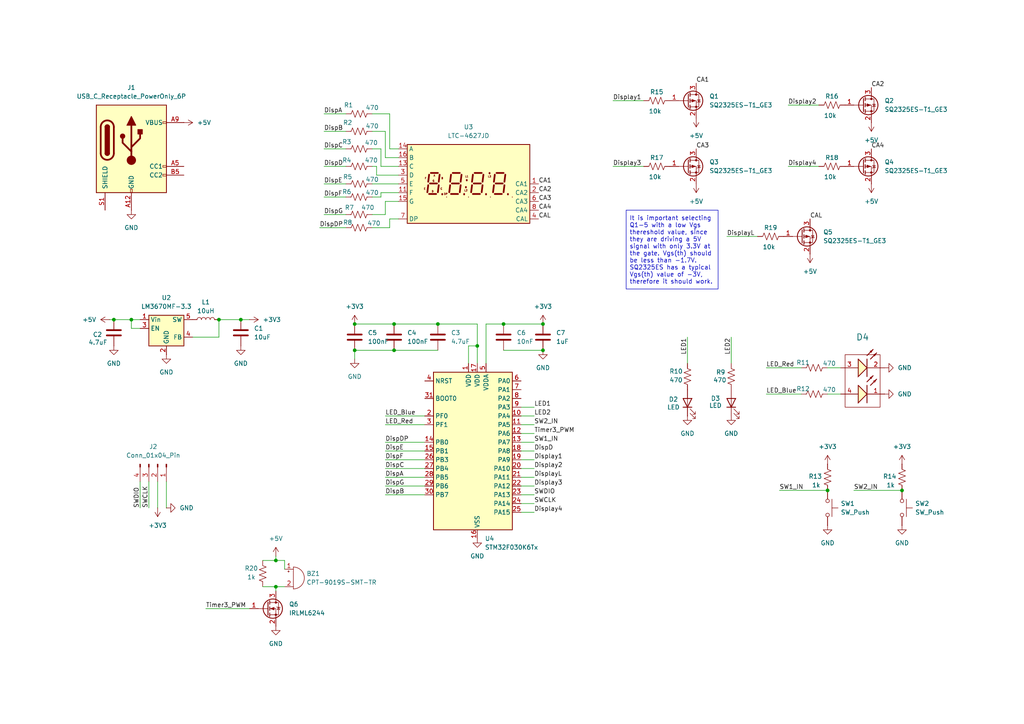
<source format=kicad_sch>
(kicad_sch (version 20231120) (generator "eeschema") (generator_version "8.0")
  (paper "A4")
  (title_block (title "UltraPCB") (date "2025-03-02") (rev "1.2") (comment 1 "github.com/juamonsan/UltraTimer") (comment 2 "All units in mm"))
  (lib_symbols
    (symbol "Connector:Conn_01x04_Pin" (pin_names (offset 1.016) hide)
      (property "Reference" "J" (at 0 5.08 0))
      (property "Value" "Conn_01x04_Pin" (at 0 -7.62 0))
      (symbol "Conn_01x04_Pin_1_1"
        (pin passive line (at 5.08 2.54 180) (length 3.81) (name "Pin_1") (number "1"))
        (pin passive line (at 5.08 0 180) (length 3.81) (name "Pin_2") (number "2"))
        (pin passive line (at 5.08 -2.54 180) (length 3.81) (name "Pin_3") (number "3"))
        (pin passive line (at 5.08 -5.08 180) (length 3.81) (name "Pin_4") (number "4"))
      )
    )
    (symbol "Connector:USB_C_Receptacle_PowerOnly_6P" (pin_names (offset 1.016))
      (property "Reference" "J" (at 0 16.51 0))
      (property "Value" "USB_C_Receptacle_PowerOnly_6P" (at 0 13.97 0))
      (symbol "USB_C_Receptacle_PowerOnly_6P_1_1"
        (pin passive line (at 0 -17.78 90) (length 5.08) (name "GND") (number "A12"))
        (pin bidirectional line (at 15.24 -5.08 180) (length 5.08) (name "CC1") (number "A5"))
        (pin passive line (at 15.24 7.62 180) (length 5.08) (name "VBUS") (number "A9"))
        (pin passive line (at 0 -17.78 90) (length 5.08) hide (name "GND") (number "B12"))
        (pin bidirectional line (at 15.24 -7.62 180) (length 5.08) (name "CC2") (number "B5"))
        (pin passive line (at 15.24 7.62 180) (length 5.08) hide (name "VBUS") (number "B9"))
        (pin passive line (at -7.62 -17.78 90) (length 5.08) (name "SHIELD") (number "S1"))
      )
    )
    (symbol "Device:Buzzer" (pin_names (offset 0.0254) hide)
      (property "Reference" "BZ" (at 3.81 1.27 0))
      (property "Value" "Buzzer" (at 3.81 -1.27 0))
      (symbol "Buzzer_1_1"
        (pin passive line (at -2.54 2.54 0) (length 2.54) (name "+") (number "1"))
        (pin passive line (at -2.54 -2.54 0) (length 2.54) (name "-") (number "2"))
      )
    )
    (symbol "Device:C" (pin_numbers hide) (pin_names (offset 0.254))
      (property "Reference" "C" (at 0.635 2.54 0))
      (property "Value" "C" (at 0.635 -2.54 0))
      (symbol "C_1_1"
        (pin passive line (at 0 3.81 270) (length 2.794) (name "~") (number "1"))
        (pin passive line (at 0 -3.81 90) (length 2.794) (name "~") (number "2"))
      )
    )
    (symbol "Device:L" (pin_numbers hide) (pin_names (offset 1.016) hide)
      (property "Reference" "L" (at -1.27 0 90))
      (property "Value" "L" (at 1.905 0 90))
      (symbol "L_1_1"
        (pin passive line (at 0 3.81 270) (length 1.27) (name "1") (number "1"))
        (pin passive line (at 0 -3.81 90) (length 1.27) (name "2") (number "2"))
      )
    )
    (symbol "Device:LED" (pin_numbers hide) (pin_names (offset 1.016) hide)
      (property "Reference" "D" (at 0 2.54 0))
      (property "Value" "LED" (at 0 -2.54 0))
      (symbol "LED_1_1"
        (pin passive line (at -3.81 0 0) (length 2.54) (name "K") (number "1"))
        (pin passive line (at 3.81 0 180) (length 2.54) (name "A") (number "2"))
      )
    )
    (symbol "Device:R_US" (pin_numbers hide) (pin_names (offset 0))
      (property "Reference" "R" (at 2.54 0 90))
      (property "Value" "R_US" (at -2.54 0 90))
      (symbol "R_US_1_1"
        (pin passive line (at 0 3.81 270) (length 1.27) (name "~") (number "1"))
        (pin passive line (at 0 -3.81 90) (length 1.27) (name "~") (number "2"))
      )
    )
    (symbol "Display_Character:LTC-4627JD"
      (property "Reference" "U" (at -17.78 12.7 0))
      (property "Value" "LTC-4627JD" (at 17.78 12.7 0))
      (symbol "LTC-4627JD_1_0"
        (text "A" (at -9.906 2.413 0) (effects (font (size 0.508 0.508))))
        (text "B" (at -7.62 1.651 0) (effects (font (size 0.508 0.508))))
        (text "C" (at -7.874 -1.397 0) (effects (font (size 0.508 0.508))))
        (text "D" (at -10.414 -2.159 0) (effects (font (size 0.508 0.508))))
        (text "DP" (at -6.604 -2.921 0) (effects (font (size 0.508 0.508))))
        (text "E" (at -12.7 -1.397 0) (effects (font (size 0.508 0.508))))
        (text "F" (at -12.446 1.651 0) (effects (font (size 0.508 0.508))))
        (text "G" (at -10.16 0.889 0) (effects (font (size 0.508 0.508))))
        (text "L1" (at -0.508 2.159 0) (effects (font (size 0.508 0.508))))
        (text "L2" (at -0.762 -1.905 0) (effects (font (size 0.508 0.508))))
        (text "L3" (at 6.096 2.159 0) (effects (font (size 0.508 0.508))))
      )
      (symbol "LTC-4627JD_1_1"
        (pin input line (at 20.32 0 180) (length 2.54) (name "CA1") (number "1"))
        (pin input line (at -20.32 -2.54 0) (length 2.54) (name "F") (number "11"))
        (pin input line (at -20.32 5.08 0) (length 2.54) (name "C") (number "13"))
        (pin input line (at -20.32 10.16 0) (length 2.54) (name "A") (number "14"))
        (pin input line (at -20.32 -5.08 0) (length 2.54) (name "G") (number "15"))
        (pin input line (at -20.32 7.62 0) (length 2.54) (name "B") (number "16"))
        (pin input line (at 20.32 -2.54 180) (length 2.54) (name "CA2") (number "2"))
        (pin input line (at -20.32 2.54 0) (length 2.54) (name "D") (number "3"))
        (pin input line (at 20.32 -10.16 180) (length 2.54) (name "CAL") (number "4"))
        (pin input line (at -20.32 0 0) (length 2.54) (name "E") (number "5"))
        (pin input line (at 20.32 -5.08 180) (length 2.54) (name "CA3") (number "6"))
        (pin input line (at -20.32 -10.16 0) (length 2.54) (name "DP") (number "7"))
        (pin input line (at 20.32 -7.62 180) (length 2.54) (name "CA4") (number "8"))
        (pin no_connect line (at 17.78 7.62 180) (length 2.54) hide (name "NC") (number "9"))
      )
    )
    (symbol "Library:156125RB73000"
      (property "Reference" "D" (at 4.826 -12.954 0))
      (symbol "156125RB73000_1_0"
        (pin passive line (at 12.7 -7.62 180) (length 5.08) (name "K") (number "1"))
        (pin passive line (at 12.7 0 180) (length 5.08) (name "K") (number "2"))
        (pin passive line (at 0 0 0) (length 5.08) (name "A") (number "3"))
        (pin passive line (at 0 -7.62 0) (length 5.08) (name "A") (number "4"))
      )
    )
    (symbol "Library:SQ2325ES-T1_GE3" (pin_names hide)
      (property "Reference" "Q" (at 5.08 1.905 0))
      (property "Value" "SQ2325ES-T1_GE3" (at 5.08 0 0))
      (symbol "SQ2325ES-T1_GE3_1_1"
        (pin input line (at -5.08 0 0) (length 2.54) (name "G") (number "1"))
        (pin passive line (at 2.54 -5.08 90) (length 2.54) (name "S") (number "2"))
        (pin passive line (at 2.54 5.08 270) (length 2.54) (name "D") (number "3"))
      )
    )
    (symbol "MCU_ST_STM32F0:STM32F030K6Tx"
      (property "Reference" "U" (at -10.16 24.13 0))
      (property "Value" "STM32F030K6Tx" (at 7.62 24.13 0))
      (symbol "STM32F030K6Tx_1_1"
        (pin power_in line (at 0 25.4 270) (length 2.54) (name "VDD") (number "1"))
        (pin bidirectional line (at 15.24 10.16 180) (length 2.54) (name "PA4") (number "10"))
        (pin bidirectional line (at 15.24 7.62 180) (length 2.54) (name "PA5") (number "11"))
        (pin bidirectional line (at 15.24 5.08 180) (length 2.54) (name "PA6") (number "12"))
        (pin bidirectional line (at 15.24 2.54 180) (length 2.54) (name "PA7") (number "13"))
        (pin bidirectional line (at -12.7 2.54 0) (length 2.54) (name "PB0") (number "14"))
        (pin bidirectional line (at -12.7 0 0) (length 2.54) (name "PB1") (number "15"))
        (pin power_in line (at 2.54 -25.4 90) (length 2.54) (name "VSS") (number "16"))
        (pin power_in line (at 2.54 25.4 270) (length 2.54) (name "VDD") (number "17"))
        (pin bidirectional line (at 15.24 0 180) (length 2.54) (name "PA8") (number "18"))
        (pin bidirectional line (at 15.24 -2.54 180) (length 2.54) (name "PA9") (number "19"))
        (pin bidirectional line (at -12.7 10.16 0) (length 2.54) (name "PF0") (number "2"))
        (pin bidirectional line (at 15.24 -5.08 180) (length 2.54) (name "PA10") (number "20"))
        (pin bidirectional line (at 15.24 -7.62 180) (length 2.54) (name "PA11") (number "21"))
        (pin bidirectional line (at 15.24 -10.16 180) (length 2.54) (name "PA12") (number "22"))
        (pin bidirectional line (at 15.24 -12.7 180) (length 2.54) (name "PA13") (number "23"))
        (pin bidirectional line (at 15.24 -15.24 180) (length 2.54) (name "PA14") (number "24"))
        (pin bidirectional line (at 15.24 -17.78 180) (length 2.54) (name "PA15") (number "25"))
        (pin bidirectional line (at -12.7 -2.54 0) (length 2.54) (name "PB3") (number "26"))
        (pin bidirectional line (at -12.7 -5.08 0) (length 2.54) (name "PB4") (number "27"))
        (pin bidirectional line (at -12.7 -7.62 0) (length 2.54) (name "PB5") (number "28"))
        (pin bidirectional line (at -12.7 -10.16 0) (length 2.54) (name "PB6") (number "29"))
        (pin bidirectional line (at -12.7 7.62 0) (length 2.54) (name "PF1") (number "3"))
        (pin bidirectional line (at -12.7 -12.7 0) (length 2.54) (name "PB7") (number "30"))
        (pin input line (at -12.7 15.24 0) (length 2.54) (name "BOOT0") (number "31"))
        (pin passive line (at 2.54 -25.4 90) (length 2.54) hide (name "VSS") (number "32"))
        (pin input line (at -12.7 20.32 0) (length 2.54) (name "NRST") (number "4"))
        (pin power_in line (at 5.08 25.4 270) (length 2.54) (name "VDDA") (number "5"))
        (pin bidirectional line (at 15.24 20.32 180) (length 2.54) (name "PA0") (number "6"))
        (pin bidirectional line (at 15.24 17.78 180) (length 2.54) (name "PA1") (number "7"))
        (pin bidirectional line (at 15.24 15.24 180) (length 2.54) (name "PA2") (number "8"))
        (pin bidirectional line (at 15.24 12.7 180) (length 2.54) (name "PA3") (number "9"))
      )
    )
    (symbol "Regulator_Switching:LM3670MF"
      (property "Reference" "U" (at -5.08 5.08 0))
      (property "Value" "LM3670MF" (at 0 5.08 0))
      (symbol "LM3670MF_1_1"
        (pin power_in line (at -7.62 2.54 0) (length 2.54) (name "Vin") (number "1"))
        (pin power_in line (at 0 -7.62 90) (length 2.54) (name "GND") (number "2"))
        (pin input line (at -7.62 0 0) (length 2.54) (name "EN") (number "3"))
        (pin input line (at 7.62 -2.54 180) (length 2.54) (name "FB") (number "4"))
        (pin input line (at 7.62 2.54 180) (length 2.54) (name "SW") (number "5"))
      )
    )
    (symbol "Switch:SW_Push" (pin_numbers hide) (pin_names (offset 1.016) hide)
      (property "Reference" "SW" (at 1.27 2.54 0))
      (property "Value" "SW_Push" (at 0 -1.524 0))
      (symbol "SW_Push_0_1"
        (pin passive line (at -5.08 0 0) (length 2.54) (name "1") (number "1"))
        (pin passive line (at 5.08 0 180) (length 2.54) (name "2") (number "2"))
      )
    )
    (symbol "Transistor_FET:IRLML6244" (pin_names hide)
      (property "Reference" "Q" (at 5.08 1.905 0))
      (property "Value" "IRLML6244" (at 5.08 0 0))
      (symbol "IRLML6244_1_1"
        (pin input line (at -5.08 0 0) (length 2.54) (name "G") (number "1"))
        (pin passive line (at 2.54 -5.08 90) (length 2.54) (name "S") (number "2"))
        (pin passive line (at 2.54 5.08 270) (length 2.54) (name "D") (number "3"))
      )
    )
    (symbol "power:+3V3" (power) (pin_numbers hide) (pin_names (offset 0) hide)
      (property "Value" "+3V3" (at 0 3.556 0))
      (symbol "+3V3_1_1"
        (pin power_in line (at 0 0 90) (length 0) (name "~") (number "1"))
      )
    )
    (symbol "power:+5V" (power) (pin_numbers hide) (pin_names (offset 0) hide)
      (property "Value" "+5V" (at 0 3.556 0))
      (symbol "+5V_1_1"
        (pin power_in line (at 0 0 90) (length 0) (name "~") (number "1"))
      )
    )
    (symbol "power:GND" (power) (pin_numbers hide) (pin_names (offset 0) hide)
      (property "Value" "GND" (at 0 -3.81 0))
      (symbol "GND_1_1"
        (pin power_in line (at 0 0 270) (length 0) (name "~") (number "1"))
      )
    )
  )
  (junction (at 114.3 93.98))
  (junction (at 80.01 162.56))
  (junction (at 33.02 92.71))
  (junction (at 114.3 101.6))
  (junction (at 38.1 92.71))
  (junction (at 80.01 170.18))
  (junction (at 157.48 93.98))
  (junction (at 69.85 92.71))
  (junction (at 127 93.98))
  (junction (at 240.03 142.24))
  (junction (at 102.87 93.98))
  (junction (at 138.43 100.33))
  (junction (at 102.87 101.6))
  (junction (at 261.62 142.24))
  (junction (at 157.48 101.6))
  (junction (at 146.05 93.98))
  (junction (at 63.5 92.71))
  (wire (pts (xy 228.6 48.26) (xy 237.49 48.26)))
  (wire (pts (xy 111.76 130.81) (xy 123.19 130.81)))
  (wire (pts (xy 33.02 92.71) (xy 31.75 92.71)))
  (wire (pts (xy 48.26 147.32) (xy 48.26 139.7)))
  (wire (pts (xy 38.1 95.25) (xy 38.1 92.71)))
  (wire (pts (xy 102.87 93.98) (xy 114.3 93.98)))
  (wire (pts (xy 240.03 106.68) (xy 243.84 106.68)))
  (wire (pts (xy 82.55 162.56) (xy 82.55 165.1)))
  (wire (pts (xy 93.98 53.34) (xy 100.33 53.34)))
  (wire (pts (xy 210.82 68.58) (xy 219.71 68.58)))
  (wire (pts (xy 111.76 123.19) (xy 123.19 123.19)))
  (wire (pts (xy 107.95 33.02) (xy 113.03 33.02)))
  (wire (pts (xy 222.25 114.3) (xy 232.41 114.3)))
  (wire (pts (xy 140.97 105.41) (xy 140.97 93.98)))
  (wire (pts (xy 154.94 128.27) (xy 151.13 128.27)))
  (wire (pts (xy 111.76 58.42) (xy 115.57 58.42)))
  (wire (pts (xy 154.94 130.81) (xy 151.13 130.81)))
  (wire (pts (xy 43.18 147.32) (xy 43.18 139.7)))
  (wire (pts (xy 111.76 45.72) (xy 115.57 45.72)))
  (wire (pts (xy 109.22 50.8) (xy 115.57 50.8)))
  (wire (pts (xy 154.94 138.43) (xy 151.13 138.43)))
  (wire (pts (xy 80.01 162.56) (xy 82.55 162.56)))
  (wire (pts (xy 63.5 92.71) (xy 69.85 92.71)))
  (wire (pts (xy 127 93.98) (xy 138.43 93.98)))
  (wire (pts (xy 111.76 62.23) (xy 111.76 58.42)))
  (wire (pts (xy 110.49 55.88) (xy 115.57 55.88)))
  (wire (pts (xy 82.55 170.18) (xy 80.01 170.18)))
  (wire (pts (xy 146.05 93.98) (xy 157.48 93.98)))
  (wire (pts (xy 93.98 48.26) (xy 100.33 48.26)))
  (wire (pts (xy 92.71 66.04) (xy 100.33 66.04)))
  (wire (pts (xy 93.98 62.23) (xy 100.33 62.23)))
  (wire (pts (xy 76.2 170.18) (xy 80.01 170.18)))
  (wire (pts (xy 111.76 133.35) (xy 123.19 133.35)))
  (wire (pts (xy 113.03 66.04) (xy 113.03 63.5)))
  (wire (pts (xy 114.3 101.6) (xy 127 101.6)))
  (wire (pts (xy 110.49 57.15) (xy 110.49 55.88)))
  (wire (pts (xy 110.49 48.26) (xy 115.57 48.26)))
  (wire (pts (xy 59.69 176.53) (xy 72.39 176.53)))
  (wire (pts (xy 113.03 33.02) (xy 113.03 43.18)))
  (wire (pts (xy 177.8 29.21) (xy 186.69 29.21)))
  (wire (pts (xy 154.94 140.97) (xy 151.13 140.97)))
  (wire (pts (xy 111.76 128.27) (xy 123.19 128.27)))
  (wire (pts (xy 107.95 43.18) (xy 110.49 43.18)))
  (wire (pts (xy 80.01 170.18) (xy 80.01 171.45)))
  (wire (pts (xy 93.98 33.02) (xy 100.33 33.02)))
  (wire (pts (xy 110.49 43.18) (xy 110.49 48.26)))
  (wire (pts (xy 114.3 93.98) (xy 127 93.98)))
  (wire (pts (xy 154.94 133.35) (xy 151.13 133.35)))
  (wire (pts (xy 154.94 118.11) (xy 151.13 118.11)))
  (wire (pts (xy 102.87 101.6) (xy 114.3 101.6)))
  (wire (pts (xy 80.01 161.29) (xy 80.01 162.56)))
  (wire (pts (xy 146.05 101.6) (xy 157.48 101.6)))
  (wire (pts (xy 154.94 120.65) (xy 151.13 120.65)))
  (wire (pts (xy 177.8 48.26) (xy 186.69 48.26)))
  (wire (pts (xy 102.87 104.14) (xy 102.87 101.6)))
  (wire (pts (xy 135.89 105.41) (xy 135.89 100.33)))
  (wire (pts (xy 151.13 146.05) (xy 154.94 146.05)))
  (wire (pts (xy 107.95 57.15) (xy 110.49 57.15)))
  (wire (pts (xy 38.1 92.71) (xy 40.64 92.71)))
  (wire (pts (xy 113.03 43.18) (xy 115.57 43.18)))
  (wire (pts (xy 140.97 93.98) (xy 146.05 93.98)))
  (wire (pts (xy 107.95 62.23) (xy 111.76 62.23)))
  (wire (pts (xy 111.76 138.43) (xy 123.19 138.43)))
  (wire (pts (xy 135.89 100.33) (xy 138.43 100.33)))
  (wire (pts (xy 222.25 106.68) (xy 232.41 106.68)))
  (wire (pts (xy 63.5 97.79) (xy 63.5 92.71)))
  (wire (pts (xy 154.94 123.19) (xy 151.13 123.19)))
  (wire (pts (xy 76.2 162.56) (xy 80.01 162.56)))
  (wire (pts (xy 212.09 97.79) (xy 212.09 105.41)))
  (wire (pts (xy 111.76 120.65) (xy 123.19 120.65)))
  (wire (pts (xy 40.64 95.25) (xy 38.1 95.25)))
  (wire (pts (xy 240.03 114.3) (xy 243.84 114.3)))
  (wire (pts (xy 107.95 48.26) (xy 109.22 48.26)))
  (wire (pts (xy 107.95 38.1) (xy 111.76 38.1)))
  (wire (pts (xy 107.95 53.34) (xy 115.57 53.34)))
  (wire (pts (xy 93.98 43.18) (xy 100.33 43.18)))
  (wire (pts (xy 199.39 97.79) (xy 199.39 105.41)))
  (wire (pts (xy 154.94 135.89) (xy 151.13 135.89)))
  (wire (pts (xy 154.94 148.59) (xy 151.13 148.59)))
  (wire (pts (xy 138.43 93.98) (xy 138.43 100.33)))
  (wire (pts (xy 69.85 92.71) (xy 72.39 92.71)))
  (wire (pts (xy 93.98 57.15) (xy 100.33 57.15)))
  (wire (pts (xy 45.72 147.32) (xy 45.72 139.7)))
  (wire (pts (xy 111.76 38.1) (xy 111.76 45.72)))
  (wire (pts (xy 228.6 30.48) (xy 237.49 30.48)))
  (wire (pts (xy 247.65 142.24) (xy 261.62 142.24)))
  (wire (pts (xy 109.22 48.26) (xy 109.22 50.8)))
  (wire (pts (xy 111.76 143.51) (xy 123.19 143.51)))
  (wire (pts (xy 111.76 135.89) (xy 123.19 135.89)))
  (wire (pts (xy 93.98 38.1) (xy 100.33 38.1)))
  (wire (pts (xy 138.43 100.33) (xy 138.43 105.41)))
  (wire (pts (xy 55.88 97.79) (xy 63.5 97.79)))
  (wire (pts (xy 107.95 66.04) (xy 113.03 66.04)))
  (wire (pts (xy 154.94 125.73) (xy 151.13 125.73)))
  (wire (pts (xy 113.03 63.5) (xy 115.57 63.5)))
  (wire (pts (xy 226.06 142.24) (xy 240.03 142.24)))
  (wire (pts (xy 111.76 140.97) (xy 123.19 140.97)))
  (wire (pts (xy 40.64 139.7) (xy 40.64 147.32)))
  (wire (pts (xy 151.13 143.51) (xy 154.94 143.51)))
  (wire (pts (xy 38.1 92.71) (xy 33.02 92.71)))
  (text_box "It is important selecting Q1-5 with a low Vgs thereshold value, since they are driving a 5V signal with only 3.3V at the gate. Vgs(th) should be less than -1.7V. SQ2325ES has a typical Vgs(th) value of -3V, therefore it should work." (at 181.61 60.96 0) (size 26.67 22.86) (effects (font (size 1.27 1.27)) (justify left)))
  (label "SWCLK" (at 154.94 146.05 0))
  (label "Display2" (at 154.94 135.89 0))
  (label "CA4" (at 252.73 43.18 0))
  (label "SWCLK" (at 43.18 147.32 90))
  (label "DispD" (at 93.98 48.26 0))
  (label "CAL" (at 234.95 63.5 0))
  (label "Display1" (at 177.8 29.21 0))
  (label "Display1" (at 154.94 133.35 0))
  (label "Display3" (at 177.8 48.26 0))
  (label "DispC" (at 93.98 43.18 0))
  (label "DispF" (at 111.76 133.35 0))
  (label "CA3" (at 201.93 43.18 0))
  (label "CA1" (at 156.21 53.34 0))
  (label "DisplayL" (at 210.82 68.58 0))
  (label "DispE" (at 111.76 130.81 0))
  (label "DispG" (at 93.98 62.23 0))
  (label "LED_Blue" (at 111.76 120.65 0))
  (label "CAL" (at 156.21 63.5 0))
  (label "SW1_IN" (at 154.94 128.27 0))
  (label "SW1_IN" (at 226.06 142.24 0))
  (label "SWDIO" (at 154.94 143.51 0))
  (label "CA2" (at 252.73 25.4 0))
  (label "CA4" (at 156.21 60.96 0))
  (label "Display3" (at 154.94 140.97 0))
  (label "Display4" (at 154.94 148.59 0))
  (label "DispB" (at 111.76 143.51 0))
  (label "SW2_IN" (at 247.65 142.24 0))
  (label "SW2_IN" (at 154.94 123.19 0))
  (label "DispA" (at 111.76 138.43 0))
  (label "LED1" (at 199.39 102.87 90))
  (label "CA1" (at 201.93 24.13 0))
  (label "DispDP" (at 92.71 66.04 0))
  (label "CA3" (at 156.21 58.42 0))
  (label "DispC" (at 111.76 135.89 0))
  (label "LED_Blue" (at 222.25 114.3 0))
  (label "Timer3_PWM" (at 154.94 125.73 0))
  (label "LED_Red" (at 111.76 123.19 0))
  (label "DispB" (at 93.98 38.1 0))
  (label "DisplayL" (at 154.94 138.43 0))
  (label "DispG" (at 111.76 140.97 0))
  (label "DispDP" (at 111.76 128.27 0))
  (label "Display2" (at 228.6 30.48 0))
  (label "SWDIO" (at 40.64 147.32 90))
  (label "LED1" (at 154.94 118.11 0))
  (label "LED2" (at 154.94 120.65 0))
  (label "DispF" (at 93.98 57.15 0))
  (label "Display4" (at 228.6 48.26 0))
  (label "DispE" (at 93.98 53.34 0))
  (label "DispA" (at 93.98 33.02 0))
  (label "DispD" (at 154.94 130.81 0))
  (label "LED2" (at 212.09 102.87 90))
  (label "CA2" (at 156.21 55.88 0))
  (label "LED_Red" (at 222.25 106.68 0))
  (label "Timer3_PWM" (at 59.69 176.53 0))
  (symbol (lib_id "power:+3V3") (at 45.72 147.32 180) (unit 1)
    (property "Reference" "#PWR09" (effects (hide yes)))
    (property "Value" "+3V3" (at 45.72 152.4 0))
    (property "Description" "Power symbol creates a global label with name \"+3V3\"" (effects (hide yes)))
  )
  (symbol (lib_id "Device:R_US") (at 104.14 53.34 90) (unit 1)
    (property "Reference" "R5" (at 100.838 51.308 90))
    (property "Value" "470" (at 107.95 52.07 90))
    (property "Footprint" "Resistor_SMD:R_0603_1608Metric_Pad0.98x0.95mm_HandSolder" (effects (hide yes)))
    (property "Description" "Resistor, US symbol" (effects (hide yes)))
    (property "Supplier1" "Mouser" (effects (hide yes)))
    (property "SupplierPartNumber1" " 603-AC0603FR-7W470RL " (effects (hide yes)))
  )
  (symbol (lib_id "power:+3V3") (at 102.87 93.98 0) (unit 1)
    (property "Reference" "#PWR026" (effects (hide yes)))
    (property "Value" "+3V3" (at 102.87 88.9 0))
    (property "Description" "Power symbol creates a global label with name \"+3V3\"" (effects (hide yes)))
  )
  (symbol (lib_id "power:+5V") (at 31.75 92.71 90) (unit 1)
    (property "Reference" "#PWR017" (effects (hide yes)))
    (property "Value" "+5V" (at 27.94 92.7099 90) (effects (justify left)))
    (property "Description" "Power symbol creates a global label with name \"+5V\"" (effects (hide yes)))
  )
  (symbol (lib_id "power:+5V") (at 201.93 53.34 180) (unit 1)
    (property "Reference" "#PWR023" (effects (hide yes)))
    (property "Value" "+5V" (at 201.93 58.42 0))
    (property "Description" "Power symbol creates a global label with name \"+5V\"" (effects (hide yes)))
  )
  (symbol (lib_id "Device:R_US") (at 104.14 66.04 90) (unit 1)
    (property "Reference" "R8" (at 100.838 64.516 90))
    (property "Value" "470" (at 108.458 64.77 90))
    (property "Footprint" "Resistor_SMD:R_0603_1608Metric_Pad0.98x0.95mm_HandSolder" (effects (hide yes)))
    (property "Description" "Resistor, US symbol" (effects (hide yes)))
    (property "Supplier1" "Mouser" (effects (hide yes)))
    (property "SupplierPartNumber1" " 603-AC0603FR-7W470RL " (effects (hide yes)))
  )
  (symbol (lib_id "Connector:Conn_01x04_Pin") (at 45.72 134.62 270) (unit 1)
    (property "Reference" "J2" (at 44.45 129.54 90))
    (property "Value" "Conn_01x04_Pin" (at 44.45 132.08 90))
    (property "Footprint" "Connector_PinHeader_2.54mm:PinHeader_1x04_P2.54mm_Vertical_SMD_Pin1Right" (effects (hide yes)))
    (property "Description" "Generic connector, single row, 01x04, script generated" (effects (hide yes)))
    (property "Supplier1" "Mouser" (effects (hide yes)))
    (property "SupplierPartNumber1" " 855-M20-8770446 " (effects (hide yes)))
  )
  (symbol (lib_id "power:GND") (at 261.62 152.4 0) (unit 1)
    (property "Reference" "#PWR013" (effects (hide yes)))
    (property "Value" "GND" (at 261.62 157.48 0))
    (property "Description" "Power symbol creates a global label with name \"GND\" , ground" (effects (hide yes)))
  )
  (symbol (lib_id "power:+3V3") (at 261.62 134.62 0) (unit 1)
    (property "Reference" "#PWR012" (effects (hide yes)))
    (property "Value" "+3V3" (at 261.62 129.54 0))
    (property "Description" "Power symbol creates a global label with name \"+3V3\"" (effects (hide yes)))
  )
  (symbol (lib_id "Library:156125RB73000") (at 243.84 106.68 0) (unit 1)
    (property "Reference" "D4" (at 250.19 97.79 0) (effects (font (size 1.8288 1.8288))))
    (property "Value" "Red & Blue, 120°" (effects (hide yes)))
    (property "Footprint" "WL-SBRW_1205_reverse mount" (effects (hide yes)))
    (property "Description" "WL-SBRW SMT Bi-color Waterclear, reverse mount, size 1205, Red & Blue, 120°" (effects (hide yes)))
    (property "Manufacturer Part Number" "156125RB73000" (effects (hide yes)))
    (property "Category" "Signal LEDs" (effects (hide yes)))
    (property "Match Code" "WL-SBRW" (effects (hide yes)))
    (property "ComponentLink1Description" "Website Link" (effects (hide yes)))
    (property "ComponentLink1URL" "https://www.we-online.com/redexpert/article/156125RB73000?ad" (effects (hide yes)))
    (property "ComponentLink2Description" "Datasheet Link" (effects (hide yes)))
    (property "ComponentLink2URL" "https://www.we-online.com/redexpert/spec/156125RB73000?ad" (effects (hide yes)))
    (property "Manufacturer" "Wurth Elektronik" (effects (hide yes)))
    (property "Mount" "Surface Mount" (effects (hide yes)))
    (property "Operating Temperature Max" "85°C" (effects (hide yes)))
    (property "Operating Temperature Min" "-40°C" (effects (hide yes)))
    (property "Packaging" "Tape and Reel" (effects (hide yes)))
    (property "Case/Size Code" "1205" (effects (hide yes)))
    (property "Length" "3.2mm" (effects (hide yes)))
    (property "Width" "1.2mm" (effects (hide yes)))
    (property "Height" "0.28mm" (effects (hide yes)))
    (property "Chip Technology" "AlInGaP + InGaN" (effects (hide yes)))
    (property "Dominant Wavelength (Blue)" "470nm" (effects (hide yes)))
    (property "Dominant Wavelength (Red)" "624nm" (effects (hide yes)))
    (property "Emitting Color" "Red & Blue" (effects (hide yes)))
    (property "Forward Voltage (Blue)" "3.3V" (effects (hide yes)))
    (property "Forward Voltage (Red)" "2V" (effects (hide yes)))
    (property "Luminous Intensity (Blue)" "70mcd" (effects (hide yes)))
    (property "Luminous Intensity (Red)" "45mcd" (effects (hide yes)))
    (property "Peak Wavelength (Blue)" "468nm" (effects (hide yes)))
    (property "Peak Wavelength (Red)" "632nm" (effects (hide yes)))
    (property "Viewing Angle" "120°" (effects (hide yes)))
    (property "Supplier1" "Mouser" (effects (hide yes)))
    (property "SupplierPartNumber1" " 710-156125RB73000 " (effects (hide yes)))
  )
  (symbol (lib_id "power:GND") (at 102.87 104.14 0) (unit 1)
    (property "Reference" "#PWR022" (effects (hide yes)))
    (property "Value" "GND" (at 102.87 109.22 0))
    (property "Description" "Power symbol creates a global label with name \"GND\" , ground" (effects (hide yes)))
  )
  (symbol (lib_id "Device:R_US") (at 236.22 106.68 90) (unit 1)
    (property "Reference" "R11" (at 232.918 105.156 90))
    (property "Value" "470" (at 240.538 105.41 90))
    (property "Footprint" "Resistor_SMD:R_0603_1608Metric_Pad0.98x0.95mm_HandSolder" (effects (hide yes)))
    (property "Description" "Resistor, US symbol" (effects (hide yes)))
    (property "Supplier1" "Mouser" (effects (hide yes)))
    (property "SupplierPartNumber1" " 603-AC0603FR-7W470RL " (effects (hide yes)))
  )
  (symbol (lib_id "Device:C") (at 69.85 96.52 0) (unit 1)
    (property "Reference" "C1" (at 73.66 95.2499 0) (effects (justify left)))
    (property "Value" "10uF" (at 73.66 97.7899 0) (effects (justify left)))
    (property "Footprint" "Capacitor_SMD:C_0603_1608Metric_Pad1.08x0.95mm_HandSolder" (effects (hide yes)))
    (property "Description" "Unpolarized capacitor" (effects (hide yes)))
    (property "Supplier1" "Mouser" (effects (hide yes)))
    (property "SupplierPartNumber1" " 81-GRM188R60J106KE7D " (effects (hide yes)))
  )
  (symbol (lib_id "Display_Character:LTC-4627JD") (at 135.89 53.34 0) (unit 1)
    (property "Reference" "U3" (at 135.89 36.83 0))
    (property "Value" "LTC-4627JD" (at 135.89 39.37 0))
    (property "Footprint" "Display_7Segment:LTC-4627Jx" (effects (hide yes)))
    (property "Datasheet" "http://optoelectronics.liteon.com/upload/download/DS30-2001-093/LTC-4627JD.pdf" (effects (hide yes)))
    (property "Description" "4 digit 7 segment hyper red, common anode" (effects (hide yes)))
    (property "Supplier1" "Mouser" (effects (hide yes)))
    (property "SupplierPartNumber1" " 859-LTC-4627JD " (effects (hide yes)))
  )
  (symbol (lib_id "Device:C") (at 146.05 97.79 0) (unit 1)
    (property "Reference" "C6" (at 149.86 96.5199 0) (effects (justify left)))
    (property "Value" "10nF" (at 149.86 99.0599 0) (effects (justify left)))
    (property "Footprint" "Capacitor_SMD:C_0603_1608Metric_Pad1.08x0.95mm_HandSolder" (effects (hide yes)))
    (property "Description" "Unpolarized capacitor" (effects (hide yes)))
    (property "Supplier1" "Mouser" (effects (hide yes)))
    (property "SupplierPartNumber1" " 81-GCJ188R71E103KA1D " (effects (hide yes)))
  )
  (symbol (lib_id "Device:R_US") (at 104.14 62.23 90) (unit 1)
    (property "Reference" "R7" (at 101.346 60.198 90))
    (property "Value" "470" (at 106.68 60.198 90))
    (property "Footprint" "Resistor_SMD:R_0603_1608Metric_Pad0.98x0.95mm_HandSolder" (effects (hide yes)))
    (property "Description" "Resistor, US symbol" (effects (hide yes)))
    (property "Supplier1" "Mouser" (effects (hide yes)))
    (property "SupplierPartNumber1" " 603-AC0603FR-7W470RL " (effects (hide yes)))
  )
  (symbol (lib_id "Device:R_US") (at 104.14 57.15 90) (unit 1)
    (property "Reference" "R6" (at 100.584 55.626 90))
    (property "Value" "470" (at 107.95 55.88 90))
    (property "Footprint" "Resistor_SMD:R_0603_1608Metric_Pad0.98x0.95mm_HandSolder" (effects (hide yes)))
    (property "Description" "Resistor, US symbol" (effects (hide yes)))
    (property "Supplier1" "Mouser" (effects (hide yes)))
    (property "SupplierPartNumber1" " 603-AC0603FR-7W470RL " (effects (hide yes)))
  )
  (symbol (lib_id "power:GND") (at 256.54 106.68 90) (unit 1)
    (property "Reference" "#PWR04" (effects (hide yes)))
    (property "Value" "GND" (at 260.35 106.6799 90) (effects (justify right)))
    (property "Description" "Power symbol creates a global label with name \"GND\" , ground" (effects (hide yes)))
  )
  (symbol (lib_id "power:GND") (at 138.43 156.21 0) (unit 1)
    (property "Reference" "#PWR05" (effects (hide yes)))
    (property "Value" "GND" (at 138.43 161.29 0))
    (property "Description" "Power symbol creates a global label with name \"GND\" , ground" (effects (hide yes)))
  )
  (symbol (lib_id "power:GND") (at 38.1 60.96 0) (unit 1)
    (property "Reference" "#PWR06" (effects (hide yes)))
    (property "Value" "GND" (at 38.1 66.04 0))
    (property "Description" "Power symbol creates a global label with name \"GND\" , ground" (effects (hide yes)))
  )
  (symbol (lib_id "power:+3V3") (at 157.48 93.98 0) (unit 1)
    (property "Reference" "#PWR027" (effects (hide yes)))
    (property "Value" "+3V3" (at 157.48 88.9 0))
    (property "Description" "Power symbol creates a global label with name \"+3V3\"" (effects (hide yes)))
  )
  (symbol (lib_id "Regulator_Switching:LM3670MF") (at 48.26 95.25 0) (unit 1)
    (property "Reference" "U2" (at 48.26 86.36 0))
    (property "Value" "LM3670MF-3.3" (at 48.26 88.9 0))
    (property "Footprint" "Package_TO_SOT_SMD:TSOT-23-5" (effects (hide yes)))
    (property "Datasheet" "http://www.ti.com/lit/ds/symlink/lm3670.pdf" (effects (hide yes)))
    (property "Description" "Miniature Step-Down DC-DC Converter for Ultralow Voltage Circuits, 2.5V < Vin < 5.5V, adjustable output voltage, SOT-23-5" (effects (hide yes)))
    (property "Supplier1" "Mouser" (effects (hide yes)))
    (property "SupplierPartNumber1" " 926-LM3670MF33NOPB " (effects (hide yes)))
  )
  (symbol (lib_id "Device:R_US") (at 240.03 138.43 180) (unit 1)
    (property "Reference" "R13" (at 236.474 138.176 0))
    (property "Value" "1k" (at 236.728 140.716 0))
    (property "Footprint" "Resistor_SMD:R_0603_1608Metric_Pad0.98x0.95mm_HandSolder" (effects (hide yes)))
    (property "Description" "Resistor, US symbol" (effects (hide yes)))
    (property "Supplier1" "Mouser" (effects (hide yes)))
    (property "SupplierPartNumber1" " 603-AC0603FR-7W1KL " (effects (hide yes)))
  )
  (symbol (lib_id "Switch:SW_Push") (at 240.03 147.32 270) (unit 1)
    (property "Reference" "SW1" (at 243.84 146.0499 90) (effects (justify left)))
    (property "Value" "SW_Push" (at 243.84 148.5899 90) (effects (justify left)))
    (property "Footprint" "Button_Switch_SMD:SW_SPST_Omron_B3FS-100xP" (effects (hide yes)))
    (property "Description" "Push button switch, generic, two pins" (effects (hide yes)))
    (property "Supplier1" "Mouser" (effects (hide yes)))
    (property "SupplierPartNumber1" "653-B3FS-1000" (effects (hide yes)))
  )
  (symbol (lib_id "Switch:SW_Push") (at 261.62 147.32 270) (unit 1)
    (property "Reference" "SW2" (at 265.43 146.0499 90) (effects (justify left)))
    (property "Value" "SW_Push" (at 265.43 148.5899 90) (effects (justify left)))
    (property "Footprint" "Button_Switch_SMD:SW_SPST_Omron_B3FS-100xP" (effects (hide yes)))
    (property "Description" "Push button switch, generic, two pins" (effects (hide yes)))
    (property "Supplier1" "Mouser" (effects (hide yes)))
    (property "SupplierPartNumber1" "653-B3FS-1000" (effects (hide yes)))
  )
  (symbol (lib_id "power:GND") (at 48.26 102.87 0) (unit 1)
    (property "Reference" "#PWR07" (effects (hide yes)))
    (property "Value" "GND" (at 48.26 107.95 0))
    (property "Description" "Power symbol creates a global label with name \"GND\" , ground" (effects (hide yes)))
  )
  (symbol (lib_id "power:+5V") (at 252.73 53.34 180) (unit 1)
    (property "Reference" "#PWR024" (effects (hide yes)))
    (property "Value" "+5V" (at 252.73 58.42 0))
    (property "Description" "Power symbol creates a global label with name \"+5V\"" (effects (hide yes)))
  )
  (symbol (lib_id "power:GND") (at 240.03 152.4 0) (unit 1)
    (property "Reference" "#PWR010" (effects (hide yes)))
    (property "Value" "GND" (at 240.03 157.48 0))
    (property "Description" "Power symbol creates a global label with name \"GND\" , ground" (effects (hide yes)))
  )
  (symbol (lib_id "MCU_ST_STM32F0:STM32F030K6Tx") (at 135.89 130.81 0) (unit 1)
    (property "Reference" "U4" (at 140.6241 156.21 0) (effects (justify left)))
    (property "Value" "STM32F030K6Tx" (at 140.6241 158.75 0) (effects (justify left)))
    (property "Footprint" "Package_QFP:LQFP-32_7x7mm_P0.8mm" (effects (hide yes)))
    (property "Datasheet" "https://www.st.com/resource/en/datasheet/stm32f030k6.pdf" (effects (hide yes)))
    (property "Description" "STMicroelectronics Arm Cortex-M0 MCU, 32KB flash, 4KB RAM, 48 MHz, 2.4-3.6V, 25 GPIO, LQFP32" (effects (hide yes)))
    (property "Supplier1" "Mouser" (effects (hide yes)))
    (property "SupplierPartNumber1" " 511-STM32F030K6T6TR " (effects (hide yes)))
  )
  (symbol (lib_id "Library:SQ2325ES-T1_GE3") (at 250.19 30.48 0) (unit 1)
    (property "Reference" "Q2" (at 256.54 29.2099 0) (effects (justify left)))
    (property "Value" "SQ2325ES-T1_GE3" (at 256.54 31.7499 0) (effects (justify left)))
    (property "Footprint" "Package_TO_SOT_SMD:SOT-23" (effects (hide yes)))
    (property "Datasheet" "https://www.vishay.com/docs/67847/sq2325es.pdf" (effects (hide yes)))
    (property "Description" "MOSFET, P-Chnl, 150-V (D-S), V GS(th) -2.5V to -3.5V, AEC-Q101 Qualified, SOT-23" (effects (hide yes)))
    (property "Supplier1" "Mouser" (effects (hide yes)))
    (property "SupplierPartNumber1" " 78-SQ2325ES-T1_GE3" (effects (hide yes)))
  )
  (symbol (lib_id "Device:R_US") (at 104.14 48.26 90) (unit 1)
    (property "Reference" "R4" (at 100.584 46.482 90))
    (property "Value" "470" (at 107.696 46.482 90))
    (property "Footprint" "Resistor_SMD:R_0603_1608Metric_Pad0.98x0.95mm_HandSolder" (effects (hide yes)))
    (property "Description" "Resistor, US symbol" (effects (hide yes)))
    (property "Supplier1" "Mouser" (effects (hide yes)))
    (property "SupplierPartNumber1" " 603-AC0603FR-7W470RL " (effects (hide yes)))
  )
  (symbol (lib_id "power:+5V") (at 252.73 35.56 180) (unit 1)
    (property "Reference" "#PWR021" (effects (hide yes)))
    (property "Value" "+5V" (at 252.73 40.64 0))
    (property "Description" "Power symbol creates a global label with name \"+5V\"" (effects (hide yes)))
  )
  (symbol (lib_id "Device:LED") (at 199.39 116.84 90) (unit 1)
    (property "Reference" "D2" (at 195.326 115.824 90))
    (property "Value" "LED" (at 195.326 118.11 90))
    (property "Footprint" "LED_SMD:LED_0805_2012Metric_Pad1.15x1.40mm_HandSolder" (effects (hide yes)))
    (property "Description" "Light emitting diode" (effects (hide yes)))
    (property "Supplier1" "Mouser" (effects (hide yes)))
    (property "SupplierPartNumber1" " 710-150080AS75000 " (effects (hide yes)))
  )
  (symbol (lib_id "power:GND") (at 157.48 101.6 0) (unit 1)
    (property "Reference" "#PWR019" (effects (hide yes)))
    (property "Value" "GND" (at 157.48 106.68 0))
    (property "Description" "Power symbol creates a global label with name \"GND\" , ground" (effects (hide yes)))
  )
  (symbol (lib_id "Device:C") (at 127 97.79 0) (unit 1)
    (property "Reference" "C3" (at 130.81 96.5199 0) (effects (justify left)))
    (property "Value" "4.7uF" (at 130.81 99.0599 0) (effects (justify left)))
    (property "Footprint" "Capacitor_SMD:C_0603_1608Metric_Pad1.08x0.95mm_HandSolder" (effects (hide yes)))
    (property "Description" "Unpolarized capacitor" (effects (hide yes)))
    (property "Supplier1" "Mouser" (effects (hide yes)))
    (property "SupplierPartNumber1" " 81-GRM185C80J475ME1D " (effects (hide yes)))
  )
  (symbol (lib_id "power:+5V") (at 80.01 161.29 0) (unit 1)
    (property "Reference" "#PWR028" (effects (hide yes)))
    (property "Value" "+5V" (at 80.01 156.21 0))
    (property "Description" "Power symbol creates a global label with name \"+5V\"" (effects (hide yes)))
  )
  (symbol (lib_id "power:GND") (at 48.26 147.32 90) (unit 1)
    (property "Reference" "#PWR08" (effects (hide yes)))
    (property "Value" "GND" (at 52.07 147.3199 90) (effects (justify right)))
    (property "Description" "Power symbol creates a global label with name \"GND\" , ground" (effects (hide yes)))
  )
  (symbol (lib_id "Device:C") (at 114.3 97.79 0) (unit 1)
    (property "Reference" "C4" (at 118.11 96.5199 0) (effects (justify left)))
    (property "Value" "100nF" (at 118.11 99.0599 0) (effects (justify left)))
    (property "Footprint" "Capacitor_SMD:C_0603_1608Metric_Pad1.08x0.95mm_HandSolder" (effects (hide yes)))
    (property "Description" "Unpolarized capacitor" (effects (hide yes)))
    (property "Supplier1" "Mouser" (effects (hide yes)))
    (property "SupplierPartNumber1" " 81-GCJ188R71C104MA1D " (effects (hide yes)))
  )
  (symbol (lib_id "Device:R_US") (at 104.14 43.18 90) (unit 1)
    (property "Reference" "R3" (at 100.584 41.148 90))
    (property "Value" "470" (at 107.696 41.402 90))
    (property "Footprint" "Resistor_SMD:R_0603_1608Metric_Pad0.98x0.95mm_HandSolder" (effects (hide yes)))
    (property "Description" "Resistor, US symbol" (effects (hide yes)))
    (property "Supplier1" "Mouser" (effects (hide yes)))
    (property "SupplierPartNumber1" " 603-AC0603FR-7W470RL " (effects (hide yes)))
  )
  (symbol (lib_id "Library:SQ2325ES-T1_GE3") (at 250.19 48.26 0) (unit 1)
    (property "Reference" "Q4" (at 256.54 46.9899 0) (effects (justify left)))
    (property "Value" "SQ2325ES-T1_GE3" (at 256.54 49.5299 0) (effects (justify left)))
    (property "Footprint" "Package_TO_SOT_SMD:SOT-23" (effects (hide yes)))
    (property "Datasheet" "https://www.vishay.com/docs/67847/sq2325es.pdf" (effects (hide yes)))
    (property "Description" "MOSFET, P-Chnl, 150-V (D-S), V GS(th) -2.5V to -3.5V, AEC-Q101 Qualified, SOT-23" (effects (hide yes)))
    (property "Supplier1" "Mouser" (effects (hide yes)))
    (property "SupplierPartNumber1" " 78-SQ2325ES-T1_GE3" (effects (hide yes)))
  )
  (symbol (lib_id "Device:C") (at 102.87 97.79 0) (unit 1)
    (property "Reference" "C5" (at 106.68 96.5199 0) (effects (justify left)))
    (property "Value" "100nF" (at 106.68 99.0599 0) (effects (justify left)))
    (property "Footprint" "Capacitor_SMD:C_0603_1608Metric_Pad1.08x0.95mm_HandSolder" (effects (hide yes)))
    (property "Description" "Unpolarized capacitor" (effects (hide yes)))
    (property "Supplier1" "Mouser" (effects (hide yes)))
    (property "SupplierPartNumber1" " 81-GCJ188R71C104MA1D " (effects (hide yes)))
  )
  (symbol (lib_id "power:+5V") (at 234.95 73.66 180) (unit 1)
    (property "Reference" "#PWR025" (effects (hide yes)))
    (property "Value" "+5V" (at 234.95 78.74 0))
    (property "Description" "Power symbol creates a global label with name \"+5V\"" (effects (hide yes)))
  )
  (symbol (lib_id "Device:R_US") (at 212.09 109.22 180) (unit 1)
    (property "Reference" "R9" (at 209.042 107.95 0))
    (property "Value" "470" (at 208.788 110.236 0))
    (property "Footprint" "Resistor_SMD:R_0603_1608Metric_Pad0.98x0.95mm_HandSolder" (effects (hide yes)))
    (property "Description" "Resistor, US symbol" (effects (hide yes)))
    (property "Supplier1" "Mouser" (effects (hide yes)))
    (property "SupplierPartNumber1" " 603-AC0603FR-7W470RL " (effects (hide yes)))
  )
  (symbol (lib_id "Device:R_US") (at 76.2 166.37 180) (unit 1)
    (property "Reference" "R20" (at 72.898 164.846 0))
    (property "Value" "1k" (at 72.898 167.386 0))
    (property "Footprint" "Resistor_SMD:R_0603_1608Metric_Pad0.98x0.95mm_HandSolder" (effects (hide yes)))
    (property "Description" "Resistor, US symbol" (effects (hide yes)))
    (property "Supplier1" "Mouser" (effects (hide yes)))
    (property "SupplierPartNumber1" " 603-AC0603FR-7W1KL " (effects (hide yes)))
  )
  (symbol (lib_id "Connector:USB_C_Receptacle_PowerOnly_6P") (at 38.1 43.18 0) (unit 1)
    (property "Reference" "J1" (at 38.1 25.4 0))
    (property "Value" "USB_C_Receptacle_PowerOnly_6P" (at 38.1 27.94 0))
    (property "Footprint" "Connector_USB:USB_C_Receptacle_GCT_USB4125-xx-x-0190_6P_TopMnt_Horizontal" (effects (hide yes)))
    (property "Datasheet" "https://www.usb.org/sites/default/files/documents/usb_type-c.zip" (effects (hide yes)))
    (property "Description" "USB Power-Only 6P Type-C Receptacle connector" (effects (hide yes)))
    (property "Supplier1" "Mouser" (effects (hide yes)))
    (property "SupplierPartNumber1" " 179-UJCHGSMT2P6TR " (effects (hide yes)))
  )
  (symbol (lib_id "power:+3V3") (at 72.39 92.71 270) (unit 1)
    (property "Reference" "#PWR015" (effects (hide yes)))
    (property "Value" "+3V3" (at 76.2 92.7099 90) (effects (justify left)))
    (property "Description" "Power symbol creates a global label with name \"+3V3\"" (effects (hide yes)))
  )
  (symbol (lib_id "Device:L") (at 59.69 92.71 90) (unit 1)
    (property "Reference" "L1" (at 59.69 87.63 90))
    (property "Value" "10uH" (at 59.69 90.17 90))
    (property "Footprint" "Inductor_SMD:L_0603_1608Metric_Pad1.05x0.95mm_HandSolder" (effects (hide yes)))
    (property "Description" "Inductor" (effects (hide yes)))
    (property "Supplier1" "Mouser" (effects (hide yes)))
    (property "SupplierPartNumber1" " 963-CBMF1608T100K " (effects (hide yes)))
  )
  (symbol (lib_id "power:GND") (at 80.01 181.61 0) (unit 1)
    (property "Reference" "#PWR029" (effects (hide yes)))
    (property "Value" "GND" (at 80.01 186.69 0))
    (property "Description" "Power symbol creates a global label with name \"GND\" , ground" (effects (hide yes)))
  )
  (symbol (lib_id "power:+5V") (at 201.93 34.29 180) (unit 1)
    (property "Reference" "#PWR020" (effects (hide yes)))
    (property "Value" "+5V" (at 201.93 39.37 0))
    (property "Description" "Power symbol creates a global label with name \"+5V\"" (effects (hide yes)))
  )
  (symbol (lib_id "Device:R_US") (at 190.5 29.21 270) (unit 1)
    (property "Reference" "R15" (at 190.5 26.67 90))
    (property "Value" "10k" (at 189.992 32.258 90))
    (property "Footprint" "Resistor_SMD:R_0603_1608Metric_Pad0.98x0.95mm_HandSolder" (effects (hide yes)))
    (property "Description" "Resistor, US symbol" (effects (hide yes)))
    (property "Supplier1" "Mouser" (effects (hide yes)))
    (property "SupplierPartNumber1" " 603-RC0603FR-7W10KL " (effects (hide yes)))
  )
  (symbol (lib_id "power:+5V") (at 53.34 35.56 270) (unit 1)
    (property "Reference" "#PWR016" (effects (hide yes)))
    (property "Value" "+5V" (at 57.15 35.5599 90) (effects (justify left)))
    (property "Description" "Power symbol creates a global label with name \"+5V\"" (effects (hide yes)))
  )
  (symbol (lib_id "power:+3V3") (at 240.03 134.62 0) (unit 1)
    (property "Reference" "#PWR011" (effects (hide yes)))
    (property "Value" "+3V3" (at 240.03 129.54 0))
    (property "Description" "Power symbol creates a global label with name \"+3V3\"" (effects (hide yes)))
  )
  (symbol (lib_id "power:GND") (at 69.85 100.33 0) (unit 1)
    (property "Reference" "#PWR014" (effects (hide yes)))
    (property "Value" "GND" (at 69.85 105.41 0))
    (property "Description" "Power symbol creates a global label with name \"GND\" , ground" (effects (hide yes)))
  )
  (symbol (lib_id "Library:SQ2325ES-T1_GE3") (at 199.39 29.21 0) (unit 1)
    (property "Reference" "Q1" (at 205.74 27.9399 0) (effects (justify left)))
    (property "Value" "SQ2325ES-T1_GE3" (at 205.74 30.4799 0) (effects (justify left)))
    (property "Footprint" "Package_TO_SOT_SMD:SOT-23" (effects (hide yes)))
    (property "Datasheet" "https://www.vishay.com/docs/67847/sq2325es.pdf" (effects (hide yes)))
    (property "Description" "MOSFET, P-Chnl, 150-V (D-S), V GS(th) -2.5V to -3.5V, AEC-Q101 Qualified, SOT-23" (effects (hide yes)))
    (property "Supplier1" "Mouser" (effects (hide yes)))
    (property "SupplierPartNumber1" " 78-SQ2325ES-T1_GE3" (effects (hide yes)))
  )
  (symbol (lib_id "power:GND") (at 212.09 120.65 0) (unit 1)
    (property "Reference" "#PWR02" (effects (hide yes)))
    (property "Value" "GND" (at 212.09 125.73 0))
    (property "Description" "Power symbol creates a global label with name \"GND\" , ground" (effects (hide yes)))
  )
  (symbol (lib_id "Device:LED") (at 212.09 116.84 90) (unit 1)
    (property "Reference" "D3" (at 207.518 115.57 90))
    (property "Value" "LED" (at 207.518 117.602 90))
    (property "Footprint" "LED_SMD:LED_0805_2012Metric_Pad1.15x1.40mm_HandSolder" (effects (hide yes)))
    (property "Description" "Light emitting diode" (effects (hide yes)))
    (property "Supplier1" "Mouser" (effects (hide yes)))
    (property "SupplierPartNumber1" " 710-150080AS75000 " (effects (hide yes)))
  )
  (symbol (lib_id "Device:C") (at 33.02 96.52 0) (unit 1)
    (property "Reference" "C2" (at 26.924 97.028 0) (effects (justify left)))
    (property "Value" "4.7uF" (at 25.654 99.314 0) (effects (justify left)))
    (property "Footprint" "Capacitor_SMD:C_0603_1608Metric_Pad1.08x0.95mm_HandSolder" (effects (hide yes)))
    (property "Description" "Unpolarized capacitor" (effects (hide yes)))
    (property "Supplier1" "Mouser" (effects (hide yes)))
    (property "SupplierPartNumber1" " 81-GRM185C80J475ME1D " (effects (hide yes)))
  )
  (symbol (lib_id "Device:R_US") (at 241.3 30.48 270) (unit 1)
    (property "Reference" "R16" (at 241.3 27.94 90))
    (property "Value" "10k" (at 240.792 33.528 90))
    (property "Footprint" "Resistor_SMD:R_0603_1608Metric_Pad0.98x0.95mm_HandSolder" (effects (hide yes)))
    (property "Description" "Resistor, US symbol" (effects (hide yes)))
    (property "Supplier1" "Mouser" (effects (hide yes)))
    (property "SupplierPartNumber1" " 603-RC0603FR-7W10KL " (effects (hide yes)))
  )
  (symbol (lib_id "Transistor_FET:IRLML6244") (at 77.47 176.53 0) (unit 1)
    (property "Reference" "Q6" (at 83.82 175.2599 0) (effects (justify left)))
    (property "Value" "IRLML6244" (at 83.82 177.7999 0) (effects (justify left)))
    (property "Footprint" "Package_TO_SOT_SMD:SOT-23" (effects (hide yes)))
    (property "Datasheet" "https://www.infineon.com/dgdl/Infineon-IRLML6244-DataSheet-v01_01-EN.pdf?fileId=5546d462533600a4015356686fed261f" (effects (hide yes)))
    (property "Description" "6.3A Id, 20V Vds, 21mOhm Rds, N-Channel StrongIRFET Power MOSFET, SOT-23" (effects (hide yes)))
    (property "Supplier1" "Mouser" (effects (hide yes)))
    (property "SupplierPartNumber1" "942-IRLML6244TRPBF " (effects (hide yes)))
  )
  (symbol (lib_id "Device:Buzzer") (at 85.09 167.64 0) (unit 1)
    (property "Reference" "BZ1" (at 88.9 166.3699 0) (effects (justify left)))
    (property "Value" "CPT-9019S-SMT-TR" (at 88.9 168.9099 0) (effects (justify left)))
    (property "Footprint" "Buzzer_Beeper:Buzzer_CUI_CPT-9019S-SMT" (effects (hide yes)))
    (property "Description" "Piezo Buzzers & Audio Indicators Buzzer 9mm sq 4kHz 25V TH" (effects (hide yes)))
    (property "Supplier1" "Mouser" (effects (hide yes)))
    (property "SupplierPartNumber1" " 490-CPT-9019S-SMT-TR " (effects (hide yes)))
  )
  (symbol (lib_id "power:GND") (at 33.02 100.33 0) (unit 1)
    (property "Reference" "#PWR018" (effects (hide yes)))
    (property "Value" "GND" (at 33.02 105.41 0))
    (property "Description" "Power symbol creates a global label with name \"GND\" , ground" (effects (hide yes)))
  )
  (symbol (lib_id "Device:R_US") (at 199.39 109.22 180) (unit 1)
    (property "Reference" "R10" (at 196.088 107.696 0))
    (property "Value" "470" (at 196.088 110.236 0))
    (property "Footprint" "Resistor_SMD:R_0603_1608Metric_Pad0.98x0.95mm_HandSolder" (effects (hide yes)))
    (property "Description" "Resistor, US symbol" (effects (hide yes)))
    (property "Supplier1" "Mouser" (effects (hide yes)))
    (property "SupplierPartNumber1" " 603-AC0603FR-7W470RL " (effects (hide yes)))
  )
  (symbol (lib_id "Device:R_US") (at 261.62 138.43 180) (unit 1)
    (property "Reference" "R14" (at 258.064 138.176 0))
    (property "Value" "1k" (at 258.318 140.716 0))
    (property "Footprint" "Resistor_SMD:R_0603_1608Metric_Pad0.98x0.95mm_HandSolder" (effects (hide yes)))
    (property "Description" "Resistor, US symbol" (effects (hide yes)))
    (property "Supplier1" "Mouser" (effects (hide yes)))
    (property "SupplierPartNumber1" " 603-AC0603FR-7W1KL " (effects (hide yes)))
  )
  (symbol (lib_id "Library:SQ2325ES-T1_GE3") (at 232.41 68.58 0) (unit 1)
    (property "Reference" "Q5" (at 238.76 67.3099 0) (effects (justify left)))
    (property "Value" "SQ2325ES-T1_GE3" (at 238.76 69.8499 0) (effects (justify left)))
    (property "Footprint" "Package_TO_SOT_SMD:SOT-23" (effects (hide yes)))
    (property "Datasheet" "https://www.vishay.com/docs/67847/sq2325es.pdf" (effects (hide yes)))
    (property "Description" "MOSFET, P-Chnl, 150-V (D-S), V GS(th) -2.5V to -3.5V, AEC-Q101 Qualified, SOT-23" (effects (hide yes)))
    (property "Supplier1" "Mouser" (effects (hide yes)))
    (property "SupplierPartNumber1" " 78-SQ2325ES-T1_GE3" (effects (hide yes)))
  )
  (symbol (lib_id "Device:R_US") (at 104.14 38.1 90) (unit 1)
    (property "Reference" "R2" (at 100.838 35.56 90))
    (property "Value" "470" (at 107.95 36.576 90))
    (property "Footprint" "Resistor_SMD:R_0603_1608Metric_Pad0.98x0.95mm_HandSolder" (effects (hide yes)))
    (property "Description" "Resistor, US symbol" (effects (hide yes)))
    (property "Supplier1" "Mouser" (effects (hide yes)))
    (property "SupplierPartNumber1" " 603-AC0603FR-7W470RL " (effects (hide yes)))
  )
  (symbol (lib_id "power:GND") (at 256.54 114.3 90) (unit 1)
    (property "Reference" "#PWR03" (effects (hide yes)))
    (property "Value" "GND" (at 260.35 114.2999 90) (effects (justify right)))
    (property "Description" "Power symbol creates a global label with name \"GND\" , ground" (effects (hide yes)))
  )
  (symbol (lib_id "Device:R_US") (at 190.5 48.26 270) (unit 1)
    (property "Reference" "R17" (at 190.5 45.72 90))
    (property "Value" "10k" (at 189.992 51.308 90))
    (property "Footprint" "Resistor_SMD:R_0603_1608Metric_Pad0.98x0.95mm_HandSolder" (effects (hide yes)))
    (property "Description" "Resistor, US symbol" (effects (hide yes)))
    (property "Supplier1" "Mouser" (effects (hide yes)))
    (property "SupplierPartNumber1" " 603-RC0603FR-7W10KL " (effects (hide yes)))
  )
  (symbol (lib_id "Device:R_US") (at 241.3 48.26 270) (unit 1)
    (property "Reference" "R18" (at 241.3 45.72 90))
    (property "Value" "10k" (at 240.792 51.308 90))
    (property "Footprint" "Resistor_SMD:R_0603_1608Metric_Pad0.98x0.95mm_HandSolder" (effects (hide yes)))
    (property "Description" "Resistor, US symbol" (effects (hide yes)))
    (property "Supplier1" "Mouser" (effects (hide yes)))
    (property "SupplierPartNumber1" " 603-RC0603FR-7W10KL " (effects (hide yes)))
  )
  (symbol (lib_id "Library:SQ2325ES-T1_GE3") (at 199.39 48.26 0) (unit 1)
    (property "Reference" "Q3" (at 205.74 46.9899 0) (effects (justify left)))
    (property "Value" "SQ2325ES-T1_GE3" (at 205.74 49.5299 0) (effects (justify left)))
    (property "Footprint" "Package_TO_SOT_SMD:SOT-23" (effects (hide yes)))
    (property "Datasheet" "https://www.vishay.com/docs/67847/sq2325es.pdf" (effects (hide yes)))
    (property "Description" "MOSFET, P-Chnl, 150-V (D-S), V GS(th) -2.5V to -3.5V, AEC-Q101 Qualified, SOT-23" (effects (hide yes)))
    (property "Supplier1" "Mouser" (effects (hide yes)))
    (property "SupplierPartNumber1" " 78-SQ2325ES-T1_GE3" (effects (hide yes)))
  )
  (symbol (lib_id "Device:R_US") (at 104.14 33.02 90) (unit 1)
    (property "Reference" "R1" (at 101.092 30.48 90))
    (property "Value" "470" (at 107.95 31.242 90))
    (property "Footprint" "Resistor_SMD:R_0603_1608Metric_Pad0.98x0.95mm_HandSolder" (effects (hide yes)))
    (property "Description" "Resistor, US symbol" (effects (hide yes)))
    (property "Supplier1" "Mouser" (effects (hide yes)))
    (property "SupplierPartNumber1" " 603-AC0603FR-7W470RL " (effects (hide yes)))
  )
  (symbol (lib_id "Device:C") (at 157.48 97.79 0) (unit 1)
    (property "Reference" "C7" (at 161.29 96.5199 0) (effects (justify left)))
    (property "Value" "1uF" (at 161.29 99.0599 0) (effects (justify left)))
    (property "Footprint" "Capacitor_SMD:C_0603_1608Metric_Pad1.08x0.95mm_HandSolder" (effects (hide yes)))
    (property "Description" "Unpolarized capacitor" (effects (hide yes)))
    (property "Supplier1" "Mouser" (effects (hide yes)))
    (property "SupplierPartNumber1" " 81-GRM39R105K10 " (effects (hide yes)))
  )
  (symbol (lib_id "Device:R_US") (at 236.22 114.3 90) (unit 1)
    (property "Reference" "R12" (at 232.918 112.776 90))
    (property "Value" "470" (at 240.538 113.03 90))
    (property "Footprint" "Resistor_SMD:R_0603_1608Metric_Pad0.98x0.95mm_HandSolder" (effects (hide yes)))
    (property "Description" "Resistor, US symbol" (effects (hide yes)))
    (property "Supplier1" "Mouser" (effects (hide yes)))
    (property "SupplierPartNumber1" " 603-AC0603FR-7W470RL " (effects (hide yes)))
  )
  (symbol (lib_id "power:GND") (at 199.39 120.65 0) (unit 1)
    (property "Reference" "#PWR01" (effects (hide yes)))
    (property "Value" "GND" (at 199.39 125.73 0))
    (property "Description" "Power symbol creates a global label with name \"GND\" , ground" (effects (hide yes)))
  )
  (symbol (lib_id "Device:R_US") (at 223.52 68.58 270) (unit 1)
    (property "Reference" "R19" (at 223.52 66.04 90))
    (property "Value" "10k" (at 223.012 71.628 90))
    (property "Footprint" "Resistor_SMD:R_0603_1608Metric_Pad0.98x0.95mm_HandSolder" (effects (hide yes)))
    (property "Description" "Resistor, US symbol" (effects (hide yes)))
    (property "Supplier1" "Mouser" (effects (hide yes)))
    (property "SupplierPartNumber1" " 603-RC0603FR-7W10KL " (effects (hide yes)))
  )
)
</source>
